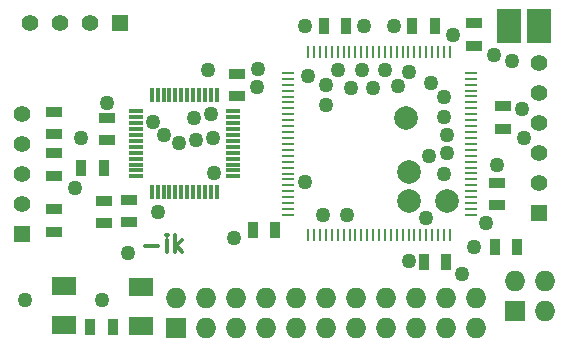
<source format=gts>
%FSLAX34Y34*%
G04 Gerber Fmt 3.4, Leading zero omitted, Abs format*
G04 (created by PCBNEW (2014-06-26 BZR 4956)-product) date 03/07/2014 22:05:42*
%MOIN*%
G01*
G70*
G90*
G04 APERTURE LIST*
%ADD10C,0.003937*%
%ADD11C,0.011811*%
%ADD12R,0.040000X0.010000*%
%ADD13R,0.010000X0.040000*%
%ADD14R,0.035000X0.055000*%
%ADD15R,0.055000X0.035000*%
%ADD16R,0.055000X0.055000*%
%ADD17C,0.055000*%
%ADD18R,0.051200X0.011800*%
%ADD19R,0.011800X0.051200*%
%ADD20R,0.078740X0.118110*%
%ADD21R,0.080000X0.060000*%
%ADD22R,0.068000X0.068000*%
%ADD23O,0.068000X0.068000*%
%ADD24C,0.078700*%
%ADD25C,0.050000*%
G04 APERTURE END LIST*
G54D10*
G54D11*
X67781Y-51616D02*
X68231Y-51616D01*
X68512Y-51841D02*
X68512Y-51448D01*
X68512Y-51251D02*
X68484Y-51279D01*
X68512Y-51307D01*
X68540Y-51279D01*
X68512Y-51251D01*
X68512Y-51307D01*
X68793Y-51841D02*
X68793Y-51251D01*
X68849Y-51616D02*
X69018Y-51841D01*
X69018Y-51448D02*
X68793Y-51673D01*
G54D12*
X78640Y-45868D03*
X78640Y-50588D03*
X78640Y-50388D03*
X78640Y-50198D03*
X78640Y-49998D03*
X78640Y-49798D03*
X78640Y-49608D03*
X78640Y-49408D03*
X78640Y-49208D03*
X78640Y-49018D03*
X78640Y-48818D03*
X78640Y-48618D03*
X78640Y-48418D03*
X78640Y-48228D03*
X78640Y-48028D03*
X78640Y-47828D03*
X78640Y-47638D03*
X78640Y-47438D03*
X78640Y-47238D03*
X78640Y-47048D03*
X78640Y-46848D03*
X78640Y-46648D03*
X78640Y-46458D03*
X78640Y-46258D03*
X78640Y-46058D03*
G54D13*
X77950Y-51278D03*
X73230Y-51278D03*
X73430Y-51278D03*
X73620Y-51278D03*
X73820Y-51278D03*
X74020Y-51278D03*
X74210Y-51278D03*
X74410Y-51278D03*
X74610Y-51278D03*
X74800Y-51278D03*
X75000Y-51278D03*
X75200Y-51278D03*
X75400Y-51278D03*
X75590Y-51278D03*
X75790Y-51278D03*
X75990Y-51278D03*
X76180Y-51278D03*
X76380Y-51278D03*
X76580Y-51278D03*
X76770Y-51278D03*
X76970Y-51278D03*
X77170Y-51278D03*
X77360Y-51278D03*
X77560Y-51278D03*
X77760Y-51278D03*
X77950Y-45178D03*
X77750Y-45178D03*
X77560Y-45178D03*
X77360Y-45178D03*
X77160Y-45178D03*
X76970Y-45178D03*
X76770Y-45178D03*
X76570Y-45178D03*
X76380Y-45178D03*
X76180Y-45178D03*
X75980Y-45178D03*
X75780Y-45178D03*
X75590Y-45178D03*
X75390Y-45178D03*
X75190Y-45178D03*
X75000Y-45178D03*
X74800Y-45178D03*
X74600Y-45178D03*
X74410Y-45178D03*
X74210Y-45178D03*
X74010Y-45178D03*
X73820Y-45178D03*
X73620Y-45178D03*
X73420Y-45178D03*
X73230Y-45178D03*
G54D12*
X72540Y-45868D03*
X72540Y-46068D03*
X72540Y-46258D03*
X72540Y-46458D03*
X72540Y-46658D03*
X72540Y-46848D03*
X72540Y-47048D03*
X72540Y-47248D03*
X72540Y-47438D03*
X72540Y-47638D03*
X72540Y-47838D03*
X72540Y-48038D03*
X72540Y-48228D03*
X72540Y-48428D03*
X72540Y-48628D03*
X72540Y-48818D03*
X72540Y-49018D03*
X72540Y-49218D03*
X72540Y-49408D03*
X72540Y-49608D03*
X72540Y-49808D03*
X72540Y-49998D03*
X72540Y-50198D03*
X72540Y-50398D03*
X72540Y-50588D03*
G54D14*
X77835Y-52165D03*
X77085Y-52165D03*
G54D15*
X79724Y-46967D03*
X79724Y-47717D03*
G54D14*
X77441Y-44291D03*
X76691Y-44291D03*
X72126Y-51082D03*
X71376Y-51082D03*
X73739Y-44291D03*
X74489Y-44291D03*
G54D15*
X79527Y-49526D03*
X79527Y-50276D03*
X78740Y-44961D03*
X78740Y-44211D03*
G54D14*
X66418Y-49015D03*
X65668Y-49015D03*
G54D15*
X66437Y-50117D03*
X66437Y-50867D03*
X70866Y-46634D03*
X70866Y-45884D03*
X66535Y-48111D03*
X66535Y-47361D03*
G54D14*
X65963Y-54330D03*
X66713Y-54330D03*
G54D16*
X63681Y-51220D03*
G54D17*
X63681Y-50220D03*
X63681Y-49220D03*
X63681Y-48220D03*
X63681Y-47220D03*
G54D16*
X66952Y-44192D03*
G54D17*
X65952Y-44192D03*
X64952Y-44192D03*
X63952Y-44192D03*
G54D16*
X80905Y-50531D03*
G54D17*
X80905Y-49531D03*
X80905Y-48531D03*
X80905Y-47531D03*
X80905Y-46531D03*
X80905Y-45531D03*
G54D15*
X67248Y-50096D03*
X67248Y-50846D03*
X64763Y-51162D03*
X64763Y-50412D03*
X64763Y-49292D03*
X64763Y-48542D03*
X64763Y-47164D03*
X64763Y-47914D03*
G54D14*
X80197Y-51653D03*
X79447Y-51653D03*
G54D18*
X70708Y-48720D03*
X70708Y-48523D03*
X70708Y-48326D03*
X70708Y-48130D03*
X70708Y-47933D03*
X70708Y-49311D03*
X70708Y-49114D03*
X70708Y-48917D03*
G54D19*
X70177Y-46614D03*
X69980Y-46614D03*
X69783Y-46614D03*
X69586Y-46614D03*
X69389Y-46614D03*
X69192Y-46614D03*
X68996Y-46614D03*
X68799Y-46614D03*
G54D18*
X67480Y-47145D03*
X67480Y-47342D03*
X67480Y-47539D03*
X67480Y-47736D03*
X67480Y-47933D03*
X67480Y-48130D03*
X67480Y-48326D03*
X67480Y-48523D03*
G54D19*
X68011Y-49842D03*
X68208Y-49842D03*
X68405Y-49842D03*
X68602Y-49842D03*
X68799Y-49842D03*
X68996Y-49842D03*
X69192Y-49842D03*
X69389Y-49842D03*
G54D18*
X70708Y-47736D03*
X70708Y-47539D03*
X70708Y-47342D03*
X70708Y-47145D03*
G54D19*
X68602Y-46614D03*
X68405Y-46614D03*
X68208Y-46614D03*
X68011Y-46614D03*
G54D18*
X67480Y-48720D03*
X67480Y-48917D03*
X67480Y-49114D03*
X67480Y-49311D03*
G54D19*
X69586Y-49842D03*
X69783Y-49842D03*
X69980Y-49842D03*
X70177Y-49842D03*
G54D20*
X79921Y-44291D03*
X80905Y-44291D03*
G54D21*
X67638Y-54283D03*
X67638Y-52983D03*
X65079Y-54280D03*
X65079Y-52980D03*
G54D22*
X80110Y-53787D03*
G54D23*
X80110Y-52787D03*
X81110Y-53787D03*
X81110Y-52787D03*
G54D24*
X76476Y-47381D03*
X76574Y-50137D03*
X77854Y-50137D03*
X76574Y-49153D03*
G54D22*
X68828Y-54350D03*
G54D23*
X68828Y-53350D03*
X69828Y-54350D03*
X69828Y-53350D03*
X70828Y-54350D03*
X70828Y-53350D03*
X71828Y-54350D03*
X71828Y-53350D03*
X72828Y-54350D03*
X72828Y-53350D03*
X73828Y-54350D03*
X73828Y-53350D03*
X74828Y-54350D03*
X74828Y-53350D03*
X75828Y-54350D03*
X75828Y-53350D03*
X76828Y-54350D03*
X76828Y-53350D03*
X77828Y-54350D03*
X77828Y-53350D03*
X78828Y-54350D03*
X78828Y-53350D03*
G54D25*
X74507Y-50590D03*
X67224Y-51870D03*
X66338Y-53444D03*
X76586Y-52141D03*
X70078Y-49212D03*
X66535Y-46850D03*
X68208Y-50492D03*
X73129Y-49507D03*
X73818Y-46948D03*
X80413Y-48031D03*
X76082Y-44291D03*
X79429Y-45275D03*
X79140Y-50878D03*
X70767Y-51377D03*
X71571Y-45744D03*
X75098Y-44291D03*
X63779Y-53444D03*
X65452Y-49704D03*
X65649Y-48031D03*
X71530Y-46348D03*
X78740Y-51653D03*
X77156Y-50698D03*
X68056Y-47497D03*
X76585Y-45841D03*
X77336Y-46203D03*
X77755Y-46653D03*
X77755Y-47342D03*
X70070Y-48033D03*
X75027Y-45767D03*
X69501Y-48093D03*
X75397Y-46358D03*
X68931Y-48201D03*
X75787Y-45767D03*
X68432Y-47925D03*
X76221Y-46300D03*
X73830Y-46258D03*
X69881Y-45767D03*
X69980Y-47244D03*
X74218Y-45773D03*
X69412Y-47363D03*
X74657Y-46355D03*
X80019Y-45472D03*
X80348Y-47053D03*
X78346Y-52559D03*
X73228Y-45964D03*
X73129Y-44291D03*
X78051Y-44586D03*
X73720Y-50590D03*
X79527Y-48917D03*
X77751Y-49248D03*
X77263Y-48622D03*
X77854Y-48523D03*
X77854Y-47933D03*
M02*

</source>
